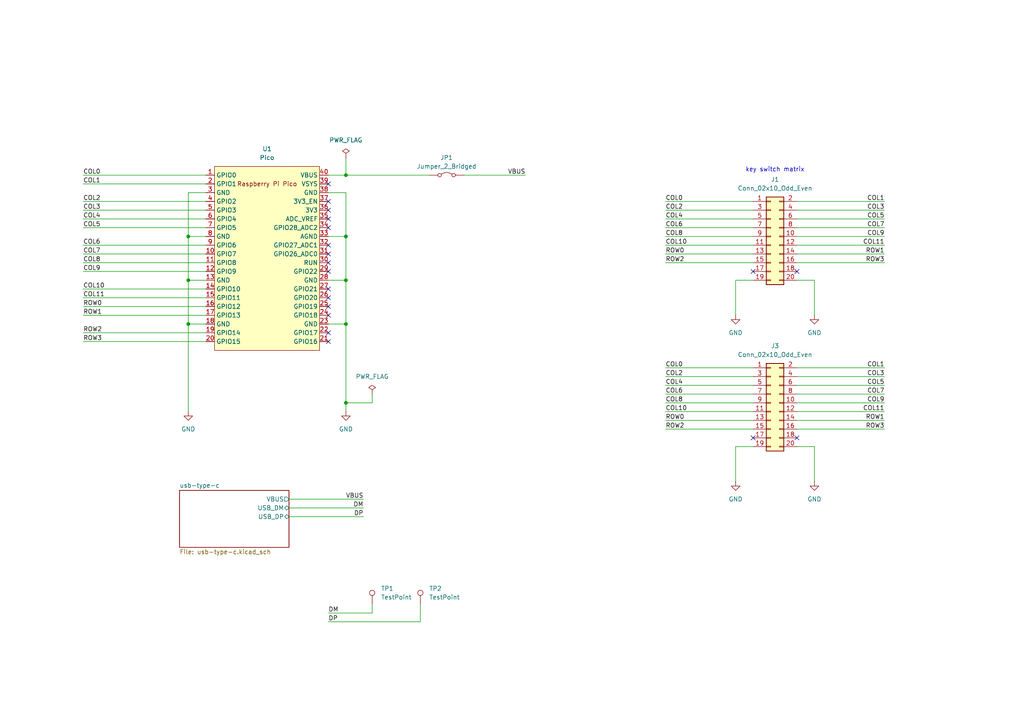
<source format=kicad_sch>
(kicad_sch (version 20250114) (generator "eeschema") (generator_version "9.0")
  (paper "A4")
  (lib_symbols
    (symbol "Connector:TestPoint" (pin_numbers (hide yes)) (pin_names (offset 0.762) (hide yes))
      (property "Reference" "TP" (at 0 6.858 0))
      (property "Value" "TestPoint" (at 0 5.08 0))
      (symbol "TestPoint_0_1"
        (circle (center 0 3.302) (radius 0.762))
      )
      (symbol "TestPoint_1_1"
        (pin passive line (at 0 0 90) (length 2.54) (name "1") (number "1"))
      )
    )
    (symbol "Connector_Generic:Conn_02x10_Odd_Even" (pin_names (offset 1.016) (hide yes))
      (property "Reference" "J" (at 1.27 12.7 0))
      (property "Value" "Conn_02x10_Odd_Even" (at 1.27 -15.24 0))
      (symbol "Conn_02x10_Odd_Even_1_1"
        (rectangle (start -1.27 11.43) (end 3.81 -13.97) (stroke (width 0.254)) (fill (type background)))
        (rectangle (start -1.27 10.287) (end 0 10.033) (stroke (width 0.1524)))
        (rectangle (start -1.27 7.747) (end 0 7.493) (stroke (width 0.1524)))
        (rectangle (start -1.27 5.207) (end 0 4.953) (stroke (width 0.1524)))
        (rectangle (start -1.27 2.667) (end 0 2.413) (stroke (width 0.1524)))
        (rectangle (start -1.27 0.127) (end 0 -0.127) (stroke (width 0.1524)))
        (rectangle (start -1.27 -2.413) (end 0 -2.667) (stroke (width 0.1524)))
        (rectangle (start -1.27 -4.953) (end 0 -5.207) (stroke (width 0.1524)))
        (rectangle (start -1.27 -7.493) (end 0 -7.747) (stroke (width 0.1524)))
        (rectangle (start -1.27 -10.033) (end 0 -10.287) (stroke (width 0.1524)))
        (rectangle (start -1.27 -12.573) (end 0 -12.827) (stroke (width 0.1524)))
        (rectangle (start 3.81 10.287) (end 2.54 10.033) (stroke (width 0.1524)))
        (rectangle (start 3.81 7.747) (end 2.54 7.493) (stroke (width 0.1524)))
        (rectangle (start 3.81 5.207) (end 2.54 4.953) (stroke (width 0.1524)))
        (rectangle (start 3.81 2.667) (end 2.54 2.413) (stroke (width 0.1524)))
        (rectangle (start 3.81 0.127) (end 2.54 -0.127) (stroke (width 0.1524)))
        (rectangle (start 3.81 -2.413) (end 2.54 -2.667) (stroke (width 0.1524)))
        (rectangle (start 3.81 -4.953) (end 2.54 -5.207) (stroke (width 0.1524)))
        (rectangle (start 3.81 -7.493) (end 2.54 -7.747) (stroke (width 0.1524)))
        (rectangle (start 3.81 -10.033) (end 2.54 -10.287) (stroke (width 0.1524)))
        (rectangle (start 3.81 -12.573) (end 2.54 -12.827) (stroke (width 0.1524)))
        (pin passive line (at -5.08 10.16 0) (length 3.81) (name "Pin_1") (number "1"))
        (pin passive line (at -5.08 7.62 0) (length 3.81) (name "Pin_3") (number "3"))
        (pin passive line (at -5.08 5.08 0) (length 3.81) (name "Pin_5") (number "5"))
        (pin passive line (at -5.08 2.54 0) (length 3.81) (name "Pin_7") (number "7"))
        (pin passive line (at -5.08 0 0) (length 3.81) (name "Pin_9") (number "9"))
        (pin passive line (at -5.08 -2.54 0) (length 3.81) (name "Pin_11") (number "11"))
        (pin passive line (at -5.08 -5.08 0) (length 3.81) (name "Pin_13") (number "13"))
        (pin passive line (at -5.08 -7.62 0) (length 3.81) (name "Pin_15") (number "15"))
        (pin passive line (at -5.08 -10.16 0) (length 3.81) (name "Pin_17") (number "17"))
        (pin passive line (at -5.08 -12.7 0) (length 3.81) (name "Pin_19") (number "19"))
        (pin passive line (at 7.62 10.16 180) (length 3.81) (name "Pin_2") (number "2"))
        (pin passive line (at 7.62 7.62 180) (length 3.81) (name "Pin_4") (number "4"))
        (pin passive line (at 7.62 5.08 180) (length 3.81) (name "Pin_6") (number "6"))
        (pin passive line (at 7.62 2.54 180) (length 3.81) (name "Pin_8") (number "8"))
        (pin passive line (at 7.62 0 180) (length 3.81) (name "Pin_10") (number "10"))
        (pin passive line (at 7.62 -2.54 180) (length 3.81) (name "Pin_12") (number "12"))
        (pin passive line (at 7.62 -5.08 180) (length 3.81) (name "Pin_14") (number "14"))
        (pin passive line (at 7.62 -7.62 180) (length 3.81) (name "Pin_16") (number "16"))
        (pin passive line (at 7.62 -10.16 180) (length 3.81) (name "Pin_18") (number "18"))
        (pin passive line (at 7.62 -12.7 180) (length 3.81) (name "Pin_20") (number "20"))
      )
    )
    (symbol "Jumper:Jumper_2_Bridged" (pin_numbers (hide yes)) (pin_names (offset 0) (hide yes)) (exclude_from_sim yes)
      (property "Reference" "JP" (at 0 1.905 0))
      (property "Value" "Jumper_2_Bridged" (at 0 -2.54 0))
      (symbol "Jumper_2_Bridged_0_0"
        (circle (center -2.032 0) (radius 0.508))
        (circle (center 2.032 0) (radius 0.508))
      )
      (symbol "Jumper_2_Bridged_0_1"
        (arc (start -1.524 0.254) (mid 0 0.762) (end 1.524 0.254))
      )
      (symbol "Jumper_2_Bridged_1_1"
        (pin passive line (at -5.08 0 0) (length 2.54) (name "A") (number "1"))
        (pin passive line (at 5.08 0 180) (length 2.54) (name "B") (number "2"))
      )
    )
    (symbol "my_pico:my_pico_no_dbg"
      (property "Reference" "U" (at -13.97 27.94 0))
      (property "Value" "Pico" (at 0 19.05 0))
      (symbol "my_pico_no_dbg_0_0"
        (text "Raspberry Pi Pico" (at 0 21.59 0) (effects (font (size 1.27 1.27))))
      )
      (symbol "my_pico_no_dbg_0_1"
        (rectangle (start -15.24 26.67) (end 15.24 -26.67) (fill (type background)))
      )
      (symbol "my_pico_no_dbg_1_1"
        (pin bidirectional line (at -17.78 24.13 0) (length 2.54) (name "GPIO0") (number "1"))
        (pin bidirectional line (at -17.78 21.59 0) (length 2.54) (name "GPIO1") (number "2"))
        (pin power_in line (at -17.78 19.05 0) (length 2.54) (name "GND") (number "3"))
        (pin bidirectional line (at -17.78 16.51 0) (length 2.54) (name "GPIO2") (number "4"))
        (pin bidirectional line (at -17.78 13.97 0) (length 2.54) (name "GPIO3") (number "5"))
        (pin bidirectional line (at -17.78 11.43 0) (length 2.54) (name "GPIO4") (number "6"))
        (pin bidirectional line (at -17.78 8.89 0) (length 2.54) (name "GPIO5") (number "7"))
        (pin power_in line (at -17.78 6.35 0) (length 2.54) (name "GND") (number "8"))
        (pin bidirectional line (at -17.78 3.81 0) (length 2.54) (name "GPIO6") (number "9"))
        (pin bidirectional line (at -17.78 1.27 0) (length 2.54) (name "GPIO7") (number "10"))
        (pin bidirectional line (at -17.78 -1.27 0) (length 2.54) (name "GPIO8") (number "11"))
        (pin bidirectional line (at -17.78 -3.81 0) (length 2.54) (name "GPIO9") (number "12"))
        (pin power_in line (at -17.78 -6.35 0) (length 2.54) (name "GND") (number "13"))
        (pin bidirectional line (at -17.78 -8.89 0) (length 2.54) (name "GPIO10") (number "14"))
        (pin bidirectional line (at -17.78 -11.43 0) (length 2.54) (name "GPIO11") (number "15"))
        (pin bidirectional line (at -17.78 -13.97 0) (length 2.54) (name "GPIO12") (number "16"))
        (pin bidirectional line (at -17.78 -16.51 0) (length 2.54) (name "GPIO13") (number "17"))
        (pin power_in line (at -17.78 -19.05 0) (length 2.54) (name "GND") (number "18"))
        (pin bidirectional line (at -17.78 -21.59 0) (length 2.54) (name "GPIO14") (number "19"))
        (pin bidirectional line (at -17.78 -24.13 0) (length 2.54) (name "GPIO15") (number "20"))
        (pin power_in line (at 17.78 24.13 180) (length 2.54) (name "VBUS") (number "40"))
        (pin power_in line (at 17.78 21.59 180) (length 2.54) (name "VSYS") (number "39"))
        (pin power_in line (at 17.78 19.05 180) (length 2.54) (name "GND") (number "38"))
        (pin input line (at 17.78 16.51 180) (length 2.54) (name "3V3_EN") (number "37"))
        (pin power_out line (at 17.78 13.97 180) (length 2.54) (name "3V3") (number "36"))
        (pin power_in line (at 17.78 11.43 180) (length 2.54) (name "ADC_VREF") (number "35"))
        (pin bidirectional line (at 17.78 8.89 180) (length 2.54) (name "GPIO28_ADC2") (number "34"))
        (pin power_in line (at 17.78 6.35 180) (length 2.54) (name "AGND") (number "33"))
        (pin bidirectional line (at 17.78 3.81 180) (length 2.54) (name "GPIO27_ADC1") (number "32"))
        (pin bidirectional line (at 17.78 1.27 180) (length 2.54) (name "GPIO26_ADC0") (number "31"))
        (pin input line (at 17.78 -1.27 180) (length 2.54) (name "RUN") (number "30"))
        (pin bidirectional line (at 17.78 -3.81 180) (length 2.54) (name "GPIO22") (number "29"))
        (pin power_in line (at 17.78 -6.35 180) (length 2.54) (name "GND") (number "28"))
        (pin bidirectional line (at 17.78 -8.89 180) (length 2.54) (name "GPIO21") (number "27"))
        (pin bidirectional line (at 17.78 -11.43 180) (length 2.54) (name "GPIO20") (number "26"))
        (pin bidirectional line (at 17.78 -13.97 180) (length 2.54) (name "GPIO19") (number "25"))
        (pin bidirectional line (at 17.78 -16.51 180) (length 2.54) (name "GPIO18") (number "24"))
        (pin power_in line (at 17.78 -19.05 180) (length 2.54) (name "GND") (number "23"))
        (pin bidirectional line (at 17.78 -21.59 180) (length 2.54) (name "GPIO17") (number "22"))
        (pin bidirectional line (at 17.78 -24.13 180) (length 2.54) (name "GPIO16") (number "21"))
      )
    )
    (symbol "power:GND" (power) (pin_numbers (hide yes)) (pin_names (offset 0) (hide yes))
      (property "Value" "GND" (at 0 -3.81 0))
      (symbol "GND_0_1"
        (polyline (pts (xy 0 0) (xy 0 -1.27) (xy 1.27 -1.27) (xy 0 -2.54) (xy -1.27 -1.27) (xy 0 -1.27)))
      )
      (symbol "GND_1_1"
        (pin power_in line (at 0 0 270) (length 0) (name "~") (number "1"))
      )
    )
    (symbol "power:PWR_FLAG" (power) (pin_numbers (hide yes)) (pin_names (offset 0) (hide yes))
      (property "Value" "PWR_FLAG" (at 0 3.81 0))
      (symbol "PWR_FLAG_0_0"
        (pin power_out line (at 0 0 90) (length 0) (name "~") (number "1"))
      )
      (symbol "PWR_FLAG_0_1"
        (polyline (pts (xy 0 0) (xy 0 1.27) (xy -1.016 1.905) (xy 0 2.54) (xy 1.016 1.905) (xy 0 1.27)))
      )
    )
  )
  (text "key switch matrix" (at 224.79 49.276 0) (effects (font (size 1.27 1.27))))
  (junction (at 100.33 68.58))
  (junction (at 100.33 81.28))
  (junction (at 54.61 68.58))
  (junction (at 100.33 50.8))
  (junction (at 100.33 116.84))
  (junction (at 100.33 93.98))
  (junction (at 54.61 93.98))
  (junction (at 54.61 81.28))
  (no_connect (at 218.44 127))
  (no_connect (at 95.25 88.9))
  (no_connect (at 95.25 60.96))
  (no_connect (at 218.44 78.74))
  (no_connect (at 95.25 99.06))
  (no_connect (at 95.25 73.66))
  (no_connect (at 95.25 53.34))
  (no_connect (at 95.25 58.42))
  (no_connect (at 95.25 78.74))
  (no_connect (at 95.25 76.2))
  (no_connect (at 95.25 71.12))
  (no_connect (at 95.25 66.04))
  (no_connect (at 95.25 96.52))
  (no_connect (at 95.25 63.5))
  (no_connect (at 231.14 78.74))
  (no_connect (at 95.25 91.44))
  (no_connect (at 95.25 83.82))
  (no_connect (at 95.25 86.36))
  (no_connect (at 231.14 127))
  (wire (pts (xy 231.14 58.42) (xy 256.54 58.42)))
  (wire (pts (xy 24.13 96.52) (xy 59.69 96.52)))
  (wire (pts (xy 193.04 76.2) (xy 218.44 76.2)))
  (wire (pts (xy 24.13 83.82) (xy 59.69 83.82)))
  (wire (pts (xy 95.25 81.28) (xy 100.33 81.28)))
  (wire (pts (xy 193.04 68.58) (xy 218.44 68.58)))
  (wire (pts (xy 193.04 109.22) (xy 218.44 109.22)))
  (wire (pts (xy 231.14 71.12) (xy 256.54 71.12)))
  (wire (pts (xy 231.14 66.04) (xy 256.54 66.04)))
  (wire (pts (xy 193.04 66.04) (xy 218.44 66.04)))
  (wire (pts (xy 107.95 114.3) (xy 107.95 116.84)))
  (wire (pts (xy 231.14 73.66) (xy 256.54 73.66)))
  (wire (pts (xy 100.33 81.28) (xy 100.33 93.98)))
  (wire (pts (xy 231.14 109.22) (xy 256.54 109.22)))
  (wire (pts (xy 24.13 86.36) (xy 59.69 86.36)))
  (wire (pts (xy 100.33 68.58) (xy 100.33 81.28)))
  (wire (pts (xy 231.14 121.92) (xy 256.54 121.92)))
  (wire (pts (xy 193.04 71.12) (xy 218.44 71.12)))
  (wire (pts (xy 95.25 180.34) (xy 121.92 180.34)))
  (wire (pts (xy 231.14 124.46) (xy 256.54 124.46)))
  (wire (pts (xy 236.22 129.54) (xy 236.22 139.7)))
  (wire (pts (xy 24.13 99.06) (xy 59.69 99.06)))
  (wire (pts (xy 236.22 81.28) (xy 236.22 91.44)))
  (wire (pts (xy 193.04 116.84) (xy 218.44 116.84)))
  (wire (pts (xy 121.92 175.26) (xy 121.92 180.34)))
  (wire (pts (xy 213.36 81.28) (xy 213.36 91.44)))
  (wire (pts (xy 231.14 111.76) (xy 256.54 111.76)))
  (wire (pts (xy 218.44 81.28) (xy 213.36 81.28)))
  (wire (pts (xy 54.61 81.28) (xy 54.61 93.98)))
  (wire (pts (xy 231.14 76.2) (xy 256.54 76.2)))
  (wire (pts (xy 83.82 144.78) (xy 105.41 144.78)))
  (wire (pts (xy 24.13 73.66) (xy 59.69 73.66)))
  (wire (pts (xy 59.69 55.88) (xy 54.61 55.88)))
  (wire (pts (xy 193.04 111.76) (xy 218.44 111.76)))
  (wire (pts (xy 24.13 63.5) (xy 59.69 63.5)))
  (wire (pts (xy 100.33 55.88) (xy 100.33 68.58)))
  (wire (pts (xy 100.33 50.8) (xy 124.46 50.8)))
  (wire (pts (xy 231.14 81.28) (xy 236.22 81.28)))
  (wire (pts (xy 193.04 58.42) (xy 218.44 58.42)))
  (wire (pts (xy 83.82 147.32) (xy 105.41 147.32)))
  (wire (pts (xy 231.14 129.54) (xy 236.22 129.54)))
  (wire (pts (xy 193.04 121.92) (xy 218.44 121.92)))
  (wire (pts (xy 95.25 177.8) (xy 107.95 177.8)))
  (wire (pts (xy 54.61 68.58) (xy 54.61 81.28)))
  (wire (pts (xy 193.04 73.66) (xy 218.44 73.66)))
  (wire (pts (xy 231.14 106.68) (xy 256.54 106.68)))
  (wire (pts (xy 193.04 124.46) (xy 218.44 124.46)))
  (wire (pts (xy 24.13 60.96) (xy 59.69 60.96)))
  (wire (pts (xy 107.95 175.26) (xy 107.95 177.8)))
  (wire (pts (xy 193.04 106.68) (xy 218.44 106.68)))
  (wire (pts (xy 100.33 45.72) (xy 100.33 50.8)))
  (wire (pts (xy 231.14 60.96) (xy 256.54 60.96)))
  (wire (pts (xy 95.25 93.98) (xy 100.33 93.98)))
  (wire (pts (xy 134.62 50.8) (xy 152.4 50.8)))
  (wire (pts (xy 231.14 63.5) (xy 256.54 63.5)))
  (wire (pts (xy 24.13 91.44) (xy 59.69 91.44)))
  (wire (pts (xy 218.44 129.54) (xy 213.36 129.54)))
  (wire (pts (xy 95.25 50.8) (xy 100.33 50.8)))
  (wire (pts (xy 24.13 78.74) (xy 59.69 78.74)))
  (wire (pts (xy 100.33 116.84) (xy 107.95 116.84)))
  (wire (pts (xy 54.61 68.58) (xy 59.69 68.58)))
  (wire (pts (xy 54.61 93.98) (xy 54.61 119.38)))
  (wire (pts (xy 24.13 66.04) (xy 59.69 66.04)))
  (wire (pts (xy 95.25 68.58) (xy 100.33 68.58)))
  (wire (pts (xy 24.13 53.34) (xy 59.69 53.34)))
  (wire (pts (xy 95.25 55.88) (xy 100.33 55.88)))
  (wire (pts (xy 193.04 63.5) (xy 218.44 63.5)))
  (wire (pts (xy 231.14 114.3) (xy 256.54 114.3)))
  (wire (pts (xy 193.04 119.38) (xy 218.44 119.38)))
  (wire (pts (xy 24.13 71.12) (xy 59.69 71.12)))
  (wire (pts (xy 54.61 81.28) (xy 59.69 81.28)))
  (wire (pts (xy 59.69 93.98) (xy 54.61 93.98)))
  (wire (pts (xy 213.36 129.54) (xy 213.36 139.7)))
  (wire (pts (xy 231.14 119.38) (xy 256.54 119.38)))
  (wire (pts (xy 24.13 76.2) (xy 59.69 76.2)))
  (wire (pts (xy 193.04 60.96) (xy 218.44 60.96)))
  (wire (pts (xy 231.14 68.58) (xy 256.54 68.58)))
  (wire (pts (xy 231.14 116.84) (xy 256.54 116.84)))
  (wire (pts (xy 24.13 58.42) (xy 59.69 58.42)))
  (wire (pts (xy 24.13 88.9) (xy 59.69 88.9)))
  (wire (pts (xy 24.13 50.8) (xy 59.69 50.8)))
  (wire (pts (xy 100.33 116.84) (xy 100.33 119.38)))
  (wire (pts (xy 83.82 149.86) (xy 105.41 149.86)))
  (wire (pts (xy 54.61 55.88) (xy 54.61 68.58)))
  (wire (pts (xy 100.33 93.98) (xy 100.33 116.84)))
  (wire (pts (xy 193.04 114.3) (xy 218.44 114.3)))
  (label "COL7" (at 256.54 114.3 180))
  (label "COL5" (at 256.54 63.5 180))
  (label "COL1" (at 256.54 58.42 180))
  (label "DM" (at 105.41 147.32 180))
  (label "COL7" (at 256.54 66.04 180))
  (label "ROW3" (at 24.13 99.06 0))
  (label "COL4" (at 193.04 63.5 0))
  (label "COL8" (at 193.04 68.58 0))
  (label "ROW2" (at 24.13 96.52 0))
  (label "COL10" (at 193.04 119.38 0))
  (label "COL2" (at 193.04 60.96 0))
  (label "COL6" (at 193.04 114.3 0))
  (label "COL3" (at 24.13 60.96 0))
  (label "ROW3" (at 256.54 124.46 180))
  (label "COL4" (at 24.13 63.5 0))
  (label "COL10" (at 193.04 71.12 0))
  (label "ROW2" (at 193.04 76.2 0))
  (label "ROW1" (at 256.54 73.66 180))
  (label "COL6" (at 193.04 66.04 0))
  (label "COL1" (at 24.13 53.34 0))
  (label "DM" (at 95.25 177.8 0))
  (label "COL11" (at 256.54 119.38 180))
  (label "ROW0" (at 193.04 121.92 0))
  (label "COL8" (at 24.13 76.2 0))
  (label "COL0" (at 24.13 50.8 0))
  (label "COL11" (at 256.54 71.12 180))
  (label "COL5" (at 256.54 111.76 180))
  (label "COL2" (at 193.04 109.22 0))
  (label "DP" (at 95.25 180.34 0))
  (label "COL5" (at 24.13 66.04 0))
  (label "COL9" (at 24.13 78.74 0))
  (label "COL0" (at 193.04 106.68 0))
  (label "ROW3" (at 256.54 76.2 180))
  (label "ROW0" (at 24.13 88.9 0))
  (label "DP" (at 105.41 149.86 180))
  (label "COL2" (at 24.13 58.42 0))
  (label "VBUS" (at 105.41 144.78 180))
  (label "COL10" (at 24.13 83.82 0))
  (label "COL6" (at 24.13 71.12 0))
  (label "ROW1" (at 24.13 91.44 0))
  (label "ROW1" (at 256.54 121.92 180))
  (label "COL11" (at 24.13 86.36 0))
  (label "COL3" (at 256.54 60.96 180))
  (label "COL9" (at 256.54 116.84 180))
  (label "COL7" (at 24.13 73.66 0))
  (label "ROW0" (at 193.04 73.66 0))
  (label "ROW2" (at 193.04 124.46 0))
  (label "COL8" (at 193.04 116.84 0))
  (label "COL0" (at 193.04 58.42 0))
  (label "COL9" (at 256.54 68.58 180))
  (label "COL4" (at 193.04 111.76 0))
  (label "VBUS" (at 152.4 50.8 180))
  (label "COL3" (at 256.54 109.22 180))
  (label "COL1" (at 256.54 106.68 180))
  (symbol (lib_id "Connector_Generic:Conn_02x10_Odd_Even") (at 223.52 68.58 0) (unit 1)
    (property "Reference" "J1" (at 224.79 52.07 0))
    (property "Value" "Conn_02x10_Odd_Even" (at 224.79 54.61 0))
    (property "Footprint" "Connector_PinSocket_2.54mm:PinSocket_2x10_P2.54mm_Horizontal" (effects (hide yes)))
    (property "Description" "Generic connector, double row, 02x10, odd/even pin numbering scheme (row 1 odd numbers, row 2 even numbers), script generated (kicad-library-utils/schlib/autogen/connector/)" (effects (hide yes)))
  )
  (symbol (lib_id "Connector:TestPoint") (at 121.92 175.26 0) (unit 1) (in_bom no)
    (property "Reference" "TP2" (at 124.46 170.6879 0) (effects (justify left)))
    (property "Value" "TestPoint" (at 124.46 173.2279 0) (effects (justify left)))
    (property "Footprint" "TestPoint:TestPoint_THTPad_2.0x2.0mm_Drill1.0mm" (effects (hide yes)))
    (property "Description" "test point" (effects (hide yes)))
  )
  (symbol (lib_id "Connector:TestPoint") (at 107.95 175.26 0) (unit 1) (in_bom no)
    (property "Reference" "TP1" (at 110.49 170.6879 0) (effects (justify left)))
    (property "Value" "TestPoint" (at 110.49 173.2279 0) (effects (justify left)))
    (property "Footprint" "TestPoint:TestPoint_THTPad_2.0x2.0mm_Drill1.0mm" (effects (hide yes)))
    (property "Description" "test point" (effects (hide yes)))
  )
  (symbol (lib_id "power:GND") (at 213.36 91.44 0) (unit 1)
    (property "Reference" "#PWR03" (effects (hide yes)))
    (property "Value" "GND" (at 213.36 96.52 0))
    (property "Description" "Power symbol creates a global label with name \"GND\" , ground" (effects (hide yes)))
  )
  (symbol (lib_id "power:GND") (at 213.36 139.7 0) (unit 1)
    (property "Reference" "#PWR09" (effects (hide yes)))
    (property "Value" "GND" (at 213.36 144.78 0))
    (property "Description" "Power symbol creates a global label with name \"GND\" , ground" (effects (hide yes)))
  )
  (symbol (lib_id "power:GND") (at 54.61 119.38 0) (unit 1)
    (property "Reference" "#PWR02" (effects (hide yes)))
    (property "Value" "GND" (at 54.61 124.46 0))
    (property "Description" "Power symbol creates a global label with name \"GND\" , ground" (effects (hide yes)))
  )
  (symbol (lib_id "Jumper:Jumper_2_Bridged") (at 129.54 50.8 0) (unit 1) (exclude_from_sim yes) (in_bom no)
    (property "Reference" "JP1" (at 129.54 45.72 0))
    (property "Value" "Jumper_2_Bridged" (at 129.54 48.26 0))
    (property "Footprint" "Jumper:SolderJumper-2_P1.3mm_Bridged_RoundedPad1.0x1.5mm" (effects (hide yes)))
    (property "Description" "Jumper, 2-pole, closed/bridged" (effects (hide yes)))
  )
  (symbol (lib_id "Connector_Generic:Conn_02x10_Odd_Even") (at 223.52 116.84 0) (unit 1)
    (property "Reference" "J3" (at 224.79 100.33 0))
    (property "Value" "Conn_02x10_Odd_Even" (at 224.79 102.87 0))
    (property "Footprint" "Connector_PinSocket_2.54mm:PinSocket_2x10_P2.54mm_Vertical" (effects (hide yes)))
    (property "Description" "Generic connector, double row, 02x10, odd/even pin numbering scheme (row 1 odd numbers, row 2 even numbers), script generated (kicad-library-utils/schlib/autogen/connector/)" (effects (hide yes)))
  )
  (symbol (lib_id "power:GND") (at 236.22 91.44 0) (unit 1)
    (property "Reference" "#PWR04" (effects (hide yes)))
    (property "Value" "GND" (at 236.22 96.52 0))
    (property "Description" "Power symbol creates a global label with name \"GND\" , ground" (effects (hide yes)))
  )
  (symbol (lib_id "power:PWR_FLAG") (at 107.95 114.3 0) (unit 1)
    (property "Reference" "#FLG01" (effects (hide yes)))
    (property "Value" "PWR_FLAG" (at 107.95 109.22 0))
    (property "Description" "Special symbol for telling ERC where power comes from" (effects (hide yes)))
  )
  (symbol (lib_id "power:PWR_FLAG") (at 100.33 45.72 0) (unit 1)
    (property "Reference" "#FLG02" (effects (hide yes)))
    (property "Value" "PWR_FLAG" (at 100.33 40.64 0))
    (property "Description" "Special symbol for telling ERC where power comes from" (effects (hide yes)))
  )
  (symbol (lib_id "my_pico:my_pico_no_dbg") (at 77.47 74.93 0) (unit 1)
    (property "Reference" "U1" (at 77.47 43.18 0))
    (property "Value" "Pico" (at 77.47 45.72 0))
    (property "Footprint" "my_pico:pico_no_dbg_smd_th_p0.85" (effects (hide yes)))
  )
  (symbol (lib_id "power:GND") (at 236.22 139.7 0) (unit 1)
    (property "Reference" "#PWR010" (effects (hide yes)))
    (property "Value" "GND" (at 236.22 144.78 0))
    (property "Description" "Power symbol creates a global label with name \"GND\" , ground" (effects (hide yes)))
  )
  (symbol (lib_id "power:GND") (at 100.33 119.38 0) (unit 1)
    (property "Reference" "#PWR01" (effects (hide yes)))
    (property "Value" "GND" (at 100.33 124.46 0))
    (property "Description" "Power symbol creates a global label with name \"GND\" , ground" (effects (hide yes)))
  )
  (sheet (at 52.07 142.24) (size 31.75 16.51) (stroke (width 0.1524))
    (property "Sheetname" "usb-type-c" (at 52.07 141.5284 0) (effects (justify left bottom)))
    (property "Sheetfile" "usb-type-c.kicad_sch" (at 52.07 159.3346 0) (effects (justify left top)))
    (pin "USB_DM" bidirectional (at 83.82 147.32 0))
    (pin "USB_DP" bidirectional (at 83.82 149.86 0))
    (pin "VBUS" output (at 83.82 144.78 0))
  )
)
</source>
